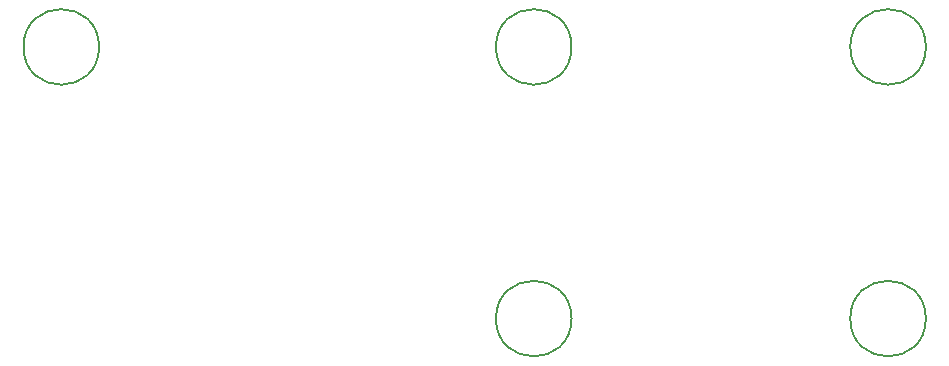
<source format=gbr>
G04 #@! TF.GenerationSoftware,KiCad,Pcbnew,7.0.2-6a45011f42~172~ubuntu20.04.1*
G04 #@! TF.CreationDate,2023-05-22T19:25:16+03:00*
G04 #@! TF.ProjectId,BLDC_4,424c4443-5f34-42e6-9b69-6361645f7063,rev?*
G04 #@! TF.SameCoordinates,PX40d9900PYa21fe80*
G04 #@! TF.FileFunction,Other,Comment*
%FSLAX46Y46*%
G04 Gerber Fmt 4.6, Leading zero omitted, Abs format (unit mm)*
G04 Created by KiCad (PCBNEW 7.0.2-6a45011f42~172~ubuntu20.04.1) date 2023-05-22 19:25:16*
%MOMM*%
%LPD*%
G01*
G04 APERTURE LIST*
%ADD10C,0.150000*%
G04 APERTURE END LIST*
D10*
G04 #@! TO.C,H1*
X106700000Y116500000D02*
G75*
G03*
X106700000Y116500000I-3200000J0D01*
G01*
G04 #@! TO.C,H5*
X36700000Y116500000D02*
G75*
G03*
X36700000Y116500000I-3200000J0D01*
G01*
G04 #@! TO.C,H2*
X106700000Y93500000D02*
G75*
G03*
X106700000Y93500000I-3200000J0D01*
G01*
G04 #@! TO.C,H4*
X76700000Y116500000D02*
G75*
G03*
X76700000Y116500000I-3200000J0D01*
G01*
G04 #@! TO.C,H3*
X76700000Y93500000D02*
G75*
G03*
X76700000Y93500000I-3200000J0D01*
G01*
G04 #@! TD*
M02*

</source>
